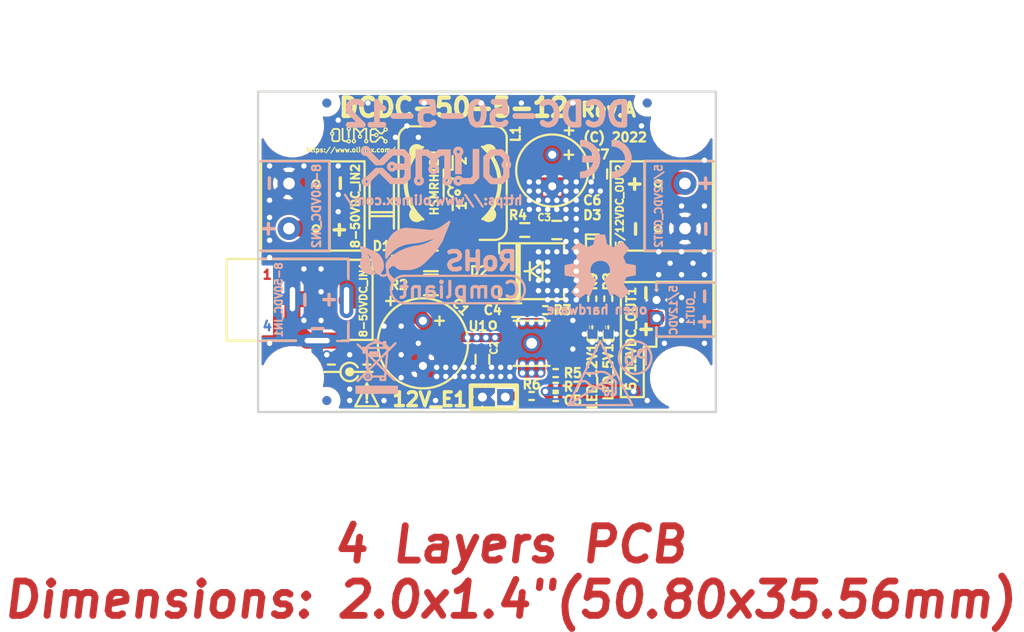
<source format=kicad_pcb>
(kicad_pcb (version 20171130) (host pcbnew 5.1.12-84ad8e8a86~92~ubuntu18.04.1)
  (title_block (title DCDC-50-5-12) (date 2024-01-19) (rev A1) (company "OLIMEX LTD.") (comment 1 https://www.olimex.com/))
  (layers (0 F.Cu mixed) (1 In1.Cu power) (2 In2.Cu power) (31 B.Cu mixed) (34 B.Paste user hide) (35 F.Paste user hide) (36 B.SilkS user hide) (37 F.SilkS user) (38 B.Mask user hide) (39 F.Mask user) (44 Edge.Cuts user))
  (net 0 "")
  (net 1 GND)
  (net 2 "Net-(FID1-PadFid1)")
  (net 3 "Net-(FID2-PadFid1)")
  (net 4 "Net-(FID3-PadFid1)")
  (net 5 "Net-(U1-Pad7)")
  (net 6 "Net-(U1-Pad6)")
  (net 7 "Net-(FID4-PadFid1)")
  (net 8 "Net-(FID5-PadFid1)")
  (net 9 "Net-(FID6-PadFid1)")
  (net 10 "Net-(C3-Pad1)")
  (net 11 /Vfb)
  (net 12 /Vout)
  (net 13 /Vin)
  (net 14 /SW)
  (net 15 "Net-(C4-Pad2)")
  (net 16 "Net-(D3-Pad2)")
  (net 17 "Net-(LED_12V1-Pad2)")
  (net 18 "Net-(LED_5V1-Pad2)")
  (net 19 /ILIM)
  (net 20 "Net-(R3-Pad1)")
  (net 21 "Net-(12V_E1-Pad1)")
  (module "OLIMEX_Connectors-FP:PWRJ-2mm(YDJ-1134)" (layer F.Cu) (at 126.846 91.44)
    (fp_text reference 8-50VDC_IN1 (at 1.678 -4.826 90) (layer F.SilkS) (effects (font (size 0.8128 0.8128) (thickness 0.2032))))
    (fp_text value "YDJ-1134 PWRJ-2mm (DCJ-R-20-LF)")
    (pad - thru_hole oval (at -3.45 -0.3) (size 3.7 1.5) (drill oval 2.8 0.6) (layers *.Cu *.Mask) (net 1 GND))
    (pad - thru_hole oval (at -6.196 -4.9) (size 1.5 3.6) (drill oval 0.6 2.7) (layers *.Cu *.Mask) (net 1 GND))
    (pad + thru_hole oval (at -0.196 -4.75) (size 1.5 3.9) (drill oval 0.6 3) (layers *.Cu *.Mask) (net 13 /Vin))
  )
  (module OLIMEX_Connectors-FP:TB2-5mm (layer F.Cu) (at 164.211 76.2 270)
    (fp_text reference 5/12VDC_OUT2 (at 0 7.239 90) (layer F.SilkS) (effects (font (size 0.8128 0.8128) (thickness 0.2032))))
    (fp_text value TB2-5MM)
    (pad 1 thru_hole circle (at -2.5 0 270) (size 2.54 2.54) (drill 1.3) (layers *.Cu *.Mask) (net 12 /Vout))
    (pad 2 thru_hole circle (at 2.5 0 270) (size 2.54 2.54) (drill 1.3) (layers *.Cu *.Mask) (net 1 GND))
  )
  (module OLIMEX_Connectors-FP:TB2-5mm (layer F.Cu) (at 120.269 76.2 90)
    (fp_text reference 8-50VDC_IN2 (at 0 7.366 90) (layer F.SilkS) (effects (font (size 0.9144 0.9144) (thickness 0.2286))))
    (fp_text value TB2-5MM)
    (pad 1 thru_hole circle (at -2.5 0 90) (size 2.54 2.54) (drill 1.3) (layers *.Cu *.Mask) (net 13 /Vin))
    (pad 2 thru_hole circle (at 2.5 0 90) (size 2.54 2.54) (drill 1.3) (layers *.Cu *.Mask) (net 1 GND))
  )
  (module "OLIMEX_RLC-FP:HSMRH129_12.0x12.5x9.5(max)" (layer F.Cu) (at 138.43 73.66 90)
    (fp_text reference L1 (at 5.461 6.985 90) (layer F.SilkS) (effects (font (size 1.016 1.016) (thickness 0.254))))
    (fp_text value "33 uH 5.5A 60m 20% YSRH129-330M")
    (fp_text user 2 (at 2.5 1 90) (layer F.SilkS) (effects (font (thickness 0.25))))
    (fp_text user 1 (at -2.5 1 90) (layer F.SilkS) (effects (font (thickness 0.25))))
    (fp_text user HSMRH129 (at 0 -2.032 270) (layer F.SilkS) (effects (font (size 0.889 0.889) (thickness 0.22225))))
    (pad 2 smd rect (at 5.3 0 90) (size 2.999999 5) (layers F.Cu F.Paste F.Mask) (net 12 /Vout) (clearance 0.381))
    (pad 1 smd rect (at -5.3 0 90) (size 2.999999 5) (layers F.Cu F.Paste F.Mask) (net 14 /SW) (clearance 0.381))
  )
  (module OLIMEX_Signs-FP:Sign_PB-Free (layer B.Cu) (at 158.877 92.71)
    (fp_text reference Sign_PB-Free hide)
    (fp_text value Sign_PB-Free hide)
    (fp_text user Pb (at -0.08636 0.33528) (layer B.SilkS) (effects (font (size 1.7 1.5) (thickness 0.254)) (justify mirror)))
  )
  (module OLIMEX_Signs-FP:Logo_OLIMEX_SMALL_TB (layer F.Cu) (at 128.016 68.326)
    (fp_text reference Logo_OLIMEX_SMALL_TB)
    (fp_text value Logo_OLIMEX_SMALL_TB)
  )
  (module OLIMEX_Signs-FP:Sign_RoHS_1 (layer B.Cu) (at 145.415 86.36 180)
    (fp_text reference Sign_RoHS_1 hide)
    (fp_text value Sign_RoHS_1 hide)
    (fp_text user Compliant (at 6.20014 0.8382) (layer B.SilkS) (effects (font (size 1.778 1.778) (thickness 0.35)) (justify mirror)))
    (fp_text user RoHS (at 3.81508 4.04368) (layer B.SilkS) (effects (font (size 2 2) (thickness 0.5)) (justify mirror)))
  )
  (module OLIMEX_Signs-FP:CE_Sign (layer B.Cu) (at 154.432 70.993 180)
    (fp_text reference Sign_CE hide)
    (fp_text value CE_Sign hide)
  )
  (module OLIMEX_RLC-FP:C_0603_5MIL_DWS (layer F.Cu) (at 154.813 72.644 270)
    (fp_text reference C7 (at -2.159 0 180) (layer F.SilkS) (effects (font (size 1.016 1.016) (thickness 0.254))))
    (fp_text value "0603 100 NF 100V 10% X7R")
    (pad 1 smd rect (at -0.889 0 270) (size 1.016 1.016) (layers F.Cu F.Paste F.Mask) (net 12 /Vout) (clearance 0.0508))
    (pad 2 smd rect (at 0.889 0 270) (size 1.016 1.016) (layers F.Cu F.Paste F.Mask) (net 1 GND) (clearance 0.0508))
  )
  (module OLIMEX_RLC-FP:R_0402_5MIL_DWS (layer F.Cu) (at 153.924 86.487 270)
    (fp_text reference R9 (at -1.905 0 270) (layer F.SilkS) (effects (font (size 1.016 1.016) (thickness 0.254))))
    (fp_text value "0402 1 K 5%")
    (pad 2 smd rect (at 0.508 0 270) (size 0.5 0.55) (layers F.Cu F.Paste F.Mask) (net 17 "Net-(LED_12V1-Pad2)"))
    (pad 1 smd rect (at -0.508 0 90) (size 0.5 0.55) (layers F.Cu F.Paste F.Mask) (net 16 "Net-(D3-Pad2)"))
  )
  (module OLIMEX_RLC-FP:R_0402_5MIL_DWS (layer F.Cu) (at 147.193 97.282 180)
    (fp_text reference R6 (at 0 1.27) (layer F.SilkS) (effects (font (size 1.016 1.016) (thickness 0.254))))
    (fp_text value "0402 6.49 K 1%")
    (pad 2 smd rect (at 0.508 0 180) (size 0.5 0.55) (layers F.Cu F.Paste F.Mask) (net 21 "Net-(12V_E1-Pad1)"))
    (pad 1 smd rect (at -0.508 0) (size 0.5 0.55) (layers F.Cu F.Paste F.Mask) (net 11 /Vfb))
  )
  (module OLIMEX_LOGOs-FP:LOGO_OPENHARDWARE_8x8 (layer B.Cu) (at 154.813 83.439 180)
    (fp_text reference Logo_OSHW hide)
    (fp_text value "" hide)
    (fp_text user hardware (at 2.51206 -4.2672 180) (layer B.SilkS) (effects (font (size 1.016 1.016) (thickness 0.254)) (justify mirror)))
    (fp_text user open (at -3.40106 -4.2545 180) (layer B.SilkS) (effects (font (size 1.016 1.016) (thickness 0.254)) (justify mirror)))
  )
  (module OLIMEX_RLC-FP:R_0402_5MIL_DWS (layer F.Cu) (at 148.717 87.757 180)
    (fp_text reference R3 (at -1.905 0) (layer F.SilkS) (effects (font (size 1.016 1.016) (thickness 0.254))))
    (fp_text value "0402 4.7 OHM 5%")
    (pad 2 smd rect (at 0.508 0 180) (size 0.5 0.55) (layers F.Cu F.Paste F.Mask) (net 15 "Net-(C4-Pad2)"))
    (pad 1 smd rect (at -0.508 0) (size 0.5 0.55) (layers F.Cu F.Paste F.Mask) (net 20 "Net-(R3-Pad1)"))
  )
  (module OLIMEX_LOGOs-FP:OLIMEX_LOGO_TB (layer B.Cu) (at 136.398 71.755 180)
    (fp_text reference Logo_Olimex hide)
    (fp_text value "" hide)
  )
  (module OLIMEX_LOGOs-FP:LOGO_RECYCLEBIN_1 (layer B.Cu) (at 132.334 97.028 180)
    (fp_text reference Sign_RecycleBin hide)
    (fp_text value "" hide)
  )
  (module OLIMEX_RLC-FP:C_0805_5MIL_DWS (layer F.Cu) (at 149.987 78.867)
    (fp_text reference C3 (at -1.397 -1.397) (layer F.SilkS) (effects (font (size 0.762 0.762) (thickness 0.1905))))
    (fp_text value "NA(0805 220 PF C0G 100VDC)")
    (pad 2 smd rect (at 1.016 0 90) (size 1.524 1.27) (layers F.Cu F.Paste F.Mask) (net 1 GND))
    (pad 1 smd rect (at -1.016 0 90) (size 1.524 1.27) (layers F.Cu F.Paste F.Mask) (net 10 "Net-(C3-Pad1)"))
  )
  (module OLIMEX_Other-FP:Fiducial1x3 (layer B.Cu) (at 160.02 64.77 270)
    (fp_text reference FID6 hide)
    (fp_text value Fiducial hide)
    (pad Fid1 connect circle (at 0 0 270) (size 1 1) (layers B.Cu B.Mask) (net 9 "Net-(FID6-PadFid1)") (clearance 1.016))
  )
  (module OLIMEX_Other-FP:Fiducial1x3 (layer B.Cu) (at 124.46 64.77 270)
    (fp_text reference FID5 hide)
    (fp_text value Fiducial hide)
    (pad Fid1 connect circle (at 0 0 270) (size 1 1) (layers B.Cu B.Mask) (net 8 "Net-(FID5-PadFid1)") (clearance 1.016))
  )
  (module OLIMEX_Other-FP:Fiducial1x3 (layer B.Cu) (at 124.46 97.79 270)
    (fp_text reference FID4 hide)
    (fp_text value Fiducial hide)
    (pad Fid1 connect circle (at 0 0 270) (size 1 1) (layers B.Cu B.Mask) (net 7 "Net-(FID4-PadFid1)") (clearance 1.016))
  )
  (module OLIMEX_RLC-FP:R_0402_5MIL_DWS (layer F.Cu) (at 149.86 94.742 180)
    (fp_text reference R5 (at -1.905 0 180) (layer F.SilkS) (effects (font (size 1.016 1.016) (thickness 0.254))))
    (fp_text value "0402 10 K 1%")
    (pad 2 smd rect (at 0.508 0 180) (size 0.5 0.55) (layers F.Cu F.Paste F.Mask) (net 1 GND))
    (pad 1 smd rect (at -0.508 0) (size 0.5 0.55) (layers F.Cu F.Paste F.Mask) (net 11 /Vfb))
  )
  (module OLIMEX_RLC-FP:R_0402_5MIL_DWS (layer F.Cu) (at 155.702 86.487 270)
    (fp_text reference R8 (at -1.905 0 90) (layer F.SilkS) (effects (font (size 1.016 1.016) (thickness 0.254))))
    (fp_text value "0402 10 K 1%")
    (pad 2 smd rect (at 0.508 0 270) (size 0.5 0.55) (layers F.Cu F.Paste F.Mask) (net 18 "Net-(LED_5V1-Pad2)"))
    (pad 1 smd rect (at -0.508 0 90) (size 0.5 0.55) (layers F.Cu F.Paste F.Mask) (net 12 /Vout))
  )
  (module OLIMEX_Diodes-FP:SMA-KA (layer F.Cu) (at 130.556 76.2 90)
    (fp_text reference D1 (at -4.445 0) (layer F.SilkS) (effects (font (size 1.016 1.016) (thickness 0.254))))
    (fp_text value SMAJ58A)
    (pad 1 smd rect (at -2.5 0 90) (size 2 1.7) (layers F.Cu F.Paste F.Mask) (net 13 /Vin))
    (pad 2 smd rect (at 2.5 0 90) (size 2 1.7) (layers F.Cu F.Paste F.Mask) (net 1 GND))
  )
  (module OLIMEX_Other-FP:Fiducial1x3 (layer F.Cu) (at 160.02 64.77 270)
    (fp_text reference FID3 hide)
    (fp_text value Fiducial hide)
    (pad Fid1 connect circle (at 0 0 270) (size 1 1) (layers F.Cu F.Mask) (net 4 "Net-(FID3-PadFid1)") (clearance 1.016))
  )
  (module OLIMEX_Other-FP:Fiducial1x3 (layer F.Cu) (at 124.46 64.77 270)
    (fp_text reference FID2 hide)
    (fp_text value Fiducial hide)
    (pad Fid1 connect circle (at 0 0 270) (size 1 1) (layers F.Cu F.Mask) (net 3 "Net-(FID2-PadFid1)") (clearance 1.016))
  )
  (module OLIMEX_Other-FP:Fiducial1x3 (layer F.Cu) (at 124.46 97.79 270)
    (fp_text reference FID1 hide)
    (fp_text value Fiducial hide)
    (pad Fid1 connect circle (at 0 0 270) (size 1 1) (layers F.Cu F.Mask) (net 2 "Net-(FID1-PadFid1)") (clearance 1.016))
  )
  (module OLIMEX_RLC-FP:C_0402_5MIL_DWS (layer F.Cu) (at 149.86 97.409)
    (fp_text reference C5 (at 1.905 0.381 180) (layer F.SilkS) (effects (font (size 1.016 1.016) (thickness 0.254))))
    (fp_text value "0402 12 PF 50V 5% C0G")
    (pad 2 smd rect (at 0.508 0) (size 0.5 0.55) (layers F.Cu F.Paste F.Mask) (net 11 /Vfb))
    (pad 1 smd rect (at -0.508 0 180) (size 0.5 0.55) (layers F.Cu F.Paste F.Mask) (net 12 /Vout))
  )
  (module OLIMEX_LOGOs-FP:LOGO_ANTISTATIC_1 (layer B.Cu) (at 158.369 98.298 180)
    (fp_text reference Sign_Antistatic hide)
    (fp_text value Val** hide)
  )
  (module OLIMEX_RLC-FP:R_0402_5MIL_DWS (layer F.Cu) (at 149.86 96.266)
    (fp_text reference R7 (at 1.905 0) (layer F.SilkS) (effects (font (size 1.016 1.016) (thickness 0.254))))
    (fp_text value "0402 56.2 K 1%")
    (pad 2 smd rect (at 0.508 0) (size 0.5 0.55) (layers F.Cu F.Paste F.Mask) (net 11 /Vfb))
    (pad 1 smd rect (at -0.508 0 180) (size 0.5 0.55) (layers F.Cu F.Paste F.Mask) (net 12 /Vout))
  )
  (module OLIMEX_Jumpers-FP:HN1x2_Jumper (layer F.Cu) (at 143.002 97.409 180)
    (fp_text reference 12V_E1 (at 7.112 -0.254 180) (layer F.SilkS) (effects (font (size 1.524 1.524) (thickness 0.381))))
    (fp_text value "HN1x2(Opened)" hide)
    (pad 1 thru_hole rect (at -1.27 0 270) (size 1.8 1.8) (drill 1) (layers *.Cu *.Mask) (net 21 "Net-(12V_E1-Pad1)"))
    (pad 2 thru_hole circle (at 1.27 0 270) (size 1.8 1.8) (drill 1) (layers *.Cu *.Mask) (net 1 GND))
  )
  (module OLIMEX_Connectors-FP:LIPO_BAT-CON2DW02R (layer F.Cu) (at 164.211 87.63 90)
    (fp_text reference 5/12VDC_OUT1 (at -3.302 -5.969 270) (layer F.SilkS) (effects (font (size 1.016 1.016) (thickness 0.254))))
    (fp_text value DW02R)
    (pad 2 thru_hole circle (at 1.0033 -3.15468 90) (size 1.4 1.4) (drill 0.9) (layers *.Cu *.Mask) (net 1 GND))
    (pad 1 thru_hole rect (at -1.00838 -3.15214 90) (size 1.4 1.4) (drill 0.9) (layers *.Cu *.Mask) (net 12 /Vout))
  )
  (module OLIMEX_RLC-FP:CPOL-RM5mm_10.0x16.0mm_PTH (layer F.Cu) (at 135.128 91.44 270)
    (fp_text reference C1 (at -4.064 -4.191 135) (layer F.SilkS) (effects (font (size 1.016 1.016) (thickness 0.254))))
    (fp_text value "100 uF 63V 20% 10x13MM Low ESR RM5")
    (fp_text user + (at -4.699 3.683 270) (layer F.SilkS) (effects (font (size 1.27 1.27) (thickness 0.254))))
    (fp_text user + (at -2.5 -1.75 270) (layer F.SilkS) (effects (font (size 1.27 1.27) (thickness 0.254))))
    (pad 1 thru_hole circle (at -2.5 0 270) (size 1.524 1.524) (drill 0.9) (layers *.Cu *.Mask) (net 13 /Vin))
    (pad 2 thru_hole rect (at 2.5 0 270) (size 1.524 1.524) (drill 0.9) (layers *.Cu *.Mask) (net 1 GND))
  )
  (module OLIMEX_RLC-FP:C_0603_5MIL_DWS (layer F.Cu) (at 141.732 93.218 270)
    (fp_text reference C2 (at -1.27 -1.27 90) (layer F.SilkS) (effects (font (size 0.762 0.762) (thickness 0.1905))))
    (fp_text value "0603 100 NF 100V 10% X7R")
    (pad 2 smd rect (at 0.889 0 270) (size 1.016 1.016) (layers F.Cu F.Paste F.Mask) (net 1 GND) (clearance 0.0508))
    (pad 1 smd rect (at -0.889 0 270) (size 1.016 1.016) (layers F.Cu F.Paste F.Mask) (net 13 /Vin) (clearance 0.0508))
  )
  (module OLIMEX_RLC-FP:C_0603_5MIL_DWS (layer F.Cu) (at 145.542 87.757)
    (fp_text reference C4 (at -2.667 0) (layer F.SilkS) (effects (font (size 1.016 1.016) (thickness 0.254))))
    (fp_text value "0603 100 NF 100V 10% X7R")
    (pad 1 smd rect (at -0.889 0) (size 1.016 1.016) (layers F.Cu F.Paste F.Mask) (net 14 /SW) (clearance 0.0508))
    (pad 2 smd rect (at 0.889 0) (size 1.016 1.016) (layers F.Cu F.Paste F.Mask) (net 15 "Net-(C4-Pad2)") (clearance 0.0508))
  )
  (module OLIMEX_RLC-FP:CPOL-RM3.5mm_8.0x11.5mm_PTH (layer F.Cu) (at 149.479 72.263 270)
    (fp_text reference C6 (at 3.302 -4.445 180) (layer F.SilkS) (effects (font (size 1.016 1.016) (thickness 0.254))))
    (fp_text value "470 uF 16 V LOW ESR 20 % 8*12MM")
    (fp_text user + (at -4.445 -1.778 270) (layer F.SilkS) (effects (font (size 1.27 1.27) (thickness 0.254))))
    (fp_text user + (at -1.75 -1.75 90) (layer F.SilkS) (effects (font (size 1.27 1.27) (thickness 0.254))))
    (pad 1 thru_hole circle (at -1.75 0 270) (size 1.524 1.524) (drill 0.9) (layers *.Cu *.Mask) (net 12 /Vout))
    (pad 2 thru_hole rect (at 1.75 0 270) (size 1.524 1.524) (drill 0.9) (layers *.Cu *.Mask) (net 1 GND))
  )
  (module "OLIMEX_Diodes-FP:DO214AB(SMC)_1(K)-2(A)" (layer F.Cu) (at 147.193 83.439)
    (fp_text reference D2 (at -5.842 0) (layer F.SilkS) (effects (font (size 1.016 1.016) (thickness 0.254))))
    (fp_text value "SS510 100V 5A 0.85V SMC")
    (pad 2 smd rect (at 3.4 0) (size 2.2 3.4) (layers F.Cu F.Paste F.Mask) (net 1 GND))
    (pad 1 smd rect (at -3.4 0) (size 2.2 3.4) (layers F.Cu F.Paste F.Mask) (net 14 /SW))
  )
  (module OLIMEX_Diodes-FP:SOD80C-4148-KA (layer F.Cu) (at 153.924 80.264 270)
    (fp_text reference D3 (at -3.048 0) (layer F.SilkS) (effects (font (size 1.016 1.016) (thickness 0.254))))
    (fp_text value BZV55C6V2)
    (pad 2 smd rect (at 1.65 0 270) (size 1 1.7) (layers F.Cu F.Paste F.Mask) (net 16 "Net-(D3-Pad2)"))
    (pad 1 smd rect (at -1.65 0 270) (size 1 1.7) (layers F.Cu F.Paste F.Mask) (net 12 /Vout))
  )
  (module OLIMEX_LEDs-FP:LED_0603_KA (layer F.Cu) (at 153.924 89.662 90)
    (fp_text reference LED_12V1 (at -5.461 0 90) (layer F.SilkS) (effects (font (size 1.016 1.016) (thickness 0.254))))
    (fp_text value "LED 0603 RED 300 mCd")
    (pad 1 smd rect (at -0.762 0 270) (size 0.8 0.8) (layers F.Cu F.Paste F.Mask) (net 1 GND))
    (pad 2 smd rect (at 0.762 0 270) (size 0.8 0.8) (layers F.Cu F.Paste F.Mask) (net 17 "Net-(LED_12V1-Pad2)"))
  )
  (module OLIMEX_LEDs-FP:LED_0603_KA (layer F.Cu) (at 155.702 89.662 90)
    (fp_text reference LED_5V1 (at -4.953 0 90) (layer F.SilkS) (effects (font (size 1.016 1.016) (thickness 0.254))))
    (fp_text value "LED 0603 GREEN 300 mCd")
    (pad 2 smd rect (at 0.762 0 270) (size 0.8 0.8) (layers F.Cu F.Paste F.Mask) (net 18 "Net-(LED_5V1-Pad2)"))
    (pad 1 smd rect (at -0.762 0 270) (size 0.8 0.8) (layers F.Cu F.Paste F.Mask) (net 1 GND))
  )
  (module OLIMEX_Other-FP:Mounting_Hole_Drill-3.3mm_Clerance-7mm (layer F.Cu) (at 120.65 95.25)
    (fp_text reference MH1 hide)
    (fp_text value Mounting_Hole_NPTH hide)
    (pad "" np_thru_hole circle (at 0 0) (size 3.300001 3.300001) (drill 3.300001) (layers *.Cu *.Mask) (clearance 1.85))
  )
  (module OLIMEX_Other-FP:Mounting_Hole_Drill-3.3mm_Clerance-7mm (layer F.Cu) (at 120.65 67.31)
    (fp_text reference MH2 hide)
    (fp_text value Mounting_Hole_NPTH hide)
    (pad "" np_thru_hole circle (at 0 0) (size 3.300001 3.300001) (drill 3.300001) (layers *.Cu *.Mask) (clearance 1.85))
  )
  (module OLIMEX_Other-FP:Mounting_Hole_Drill-3.3mm_Clerance-7mm (layer F.Cu) (at 163.83 67.31)
    (fp_text reference MH3 hide)
    (fp_text value Mounting_Hole_NPTH hide)
    (pad "" np_thru_hole circle (at 0 0) (size 3.300001 3.300001) (drill 3.300001) (layers *.Cu *.Mask) (clearance 1.85))
  )
  (module OLIMEX_Other-FP:Mounting_Hole_Drill-3.3mm_Clerance-7mm (layer F.Cu) (at 163.83 95.25)
    (fp_text reference MH4 hide)
    (fp_text value Mounting_Hole_NPTH hide)
    (pad "" np_thru_hole circle (at 0 0) (size 3.300001 3.300001) (drill 3.300001) (layers *.Cu *.Mask) (clearance 1.85))
  )
  (module OLIMEX_RLC-FP:R_1206_5MIL_DWS (layer F.Cu) (at 136.017 82.296 180)
    (fp_text reference R1 (at 3.556 0 180) (layer F.SilkS) (effects (font (size 1.016 1.016) (thickness 0.254))))
    (fp_text value "1206 0.03 OHM 1%")
    (pad 2 smd rect (at 1.397 0 180) (size 1.524 1.778) (layers F.Cu F.Paste F.Mask) (net 13 /Vin))
    (pad 1 smd rect (at -1.397 0 180) (size 1.524 1.778) (layers F.Cu F.Paste F.Mask) (net 19 /ILIM))
  )
  (module OLIMEX_RLC-FP:R_1206_5MIL_DWS (layer F.Cu) (at 136.017 84.963 180)
    (fp_text reference R2 (at 3.556 0) (layer F.SilkS) (effects (font (size 1.016 1.016) (thickness 0.254))))
    (fp_text value "1206 0.03 OHM 1%")
    (pad 1 smd rect (at -1.397 0 180) (size 1.524 1.778) (layers F.Cu F.Paste F.Mask) (net 19 /ILIM))
    (pad 2 smd rect (at 1.397 0 180) (size 1.524 1.778) (layers F.Cu F.Paste F.Mask) (net 13 /Vin))
  )
  (module OLIMEX_RLC-FP:R_0603_5MIL_DWS (layer F.Cu) (at 146.431 78.867 180)
    (fp_text reference R4 (at 0.762 1.651 180) (layer F.SilkS) (effects (font (size 1.016 1.016) (thickness 0.254))))
    (fp_text value "NA(0603 22 OHM 5%)")
    (pad 1 smd rect (at -0.889 0 180) (size 1.016 1.016) (layers F.Cu F.Paste F.Mask) (net 10 "Net-(C3-Pad1)"))
    (pad 2 smd rect (at 0.889 0 180) (size 1.016 1.016) (layers F.Cu F.Paste F.Mask) (net 14 /SW))
  )
  (module OLIMEX_Regulators-FP:ESOIC-8 (layer F.Cu) (at 147.193 91.44 270)
    (fp_text reference U1 (at -1.905 5.969) (layer F.SilkS) (effects (font (size 1.016 1.016) (thickness 0.254))))
    (fp_text value "TX4138(ESOIC-8)")
    (fp_text user o (at -2.159 4.318) (layer F.SilkS) (effects (font (size 1.27 1.27) (thickness 0.254))))
    (pad 9 smd rect (at 0 0) (size 2.6 3.5) (layers F.Cu F.Paste F.Mask) (net 19 /ILIM))
    (pad 8 smd rect (at -1.905 -2.8 270) (size 0.6 1.4) (layers F.Cu F.Paste F.Mask) (net 20 "Net-(R3-Pad1)") (clearance 0.0508))
    (pad 7 smd rect (at -0.635 -2.8 270) (size 0.6 1.4) (layers F.Cu F.Paste F.Mask) (net 5 "Net-(U1-Pad7)") (clearance 0.0508))
    (pad 6 smd rect (at 0.635 -2.8 270) (size 0.6 1.4) (layers F.Cu F.Paste F.Mask) (net 6 "Net-(U1-Pad6)") (clearance 0.0508))
    (pad 5 smd rect (at 1.905 -2.8 270) (size 0.6 1.4) (layers F.Cu F.Paste F.Mask) (net 11 /Vfb) (clearance 0.0508))
    (pad 4 smd rect (at 1.905 2.8 270) (size 0.6 1.4) (layers F.Cu F.Paste F.Mask) (net 1 GND) (clearance 0.0508))
    (pad 3 smd rect (at 0.635 2.8 270) (size 0.6 1.4) (layers F.Cu F.Paste F.Mask) (net 13 /Vin) (clearance 0.0508))
    (pad 2 smd rect (at -0.635 2.8 270) (size 0.6 1.4) (layers F.Cu F.Paste F.Mask) (net 19 /ILIM) (clearance 0.0508))
    (pad 1 smd rect (at -1.905 2.8 270) (size 0.6 1.4) (layers F.Cu F.Paste F.Mask) (net 14 /SW) (clearance 0.0508))
    (pad 9 thru_hole circle (at 0 0 270) (size 1.8 1.8) (drill 1.2) (layers *.Cu *.Mask) (net 19 /ILIM) (clearance 0.0508))
  )
  (gr_text 4 (at 117.856 89.535) (layer B.Cu) (effects (font (size 1.016 1.016) (thickness 0.254))))
  (gr_text 1 (at 117.856 83.820001) (layer F.Cu) (effects (font (size 1.016 1.016) (thickness 0.254))))
  (gr_line (start 161.036 91.821) (end 161.036 90.678) (layer F.SilkS) (width 0.254))
  (gr_line (start 159.639 91.821) (end 161.036 91.821) (layer F.SilkS) (width 0.254))
  (gr_line (start 159.639 97.409) (end 159.639 91.821) (layer F.SilkS) (width 0.254))
  (gr_line (start 157.099 97.409) (end 159.639 97.409) (layer F.SilkS) (width 0.254))
  (gr_line (start 157.099 84.6455) (end 157.099 97.409) (layer F.SilkS) (width 0.254))
  (gr_line (start 161.036 84.6455) (end 157.099 84.6455) (layer F.SilkS) (width 0.254))
  (gr_line (start 155.956 81.153) (end 159.711 81.153) (layer F.SilkS) (width 0.254))
  (gr_line (start 155.956 71.247) (end 155.956 81.153) (layer F.SilkS) (width 0.254))
  (gr_line (start 159.639 71.247) (end 155.956 71.247) (layer F.SilkS) (width 0.254))
  (gr_line (start 129.54 91.059) (end 126.873 91.059) (layer F.SilkS) (width 0.254))
  (gr_line (start 129.54 82.169) (end 129.54 91.059) (layer F.SilkS) (width 0.254))
  (gr_line (start 126.873 82.169) (end 129.54 82.169) (layer F.SilkS) (width 0.254))
  (gr_line (start 128.651 81.153) (end 124.841 81.153) (layer F.SilkS) (width 0.254))
  (gr_line (start 128.651 71.247) (end 128.651 81.153) (layer F.SilkS) (width 0.254))
  (gr_line (start 124.714 71.247) (end 128.651 71.247) (layer F.SilkS) (width 0.254))
  (gr_text DCDC-50-5-12 (at 142.24 66.04) (layer B.SilkS) (effects (font (size 2.54 2.54) (thickness 0.635)) (justify mirror)))
  (gr_text _OUT1 (at 164.846 87.63 90) (layer B.SilkS) (effects (font (size 0.8128 0.8128) (thickness 0.2032)) (justify mirror)))
  (gr_text 5/12VDC (at 162.941 87.757 90) (layer B.SilkS) (effects (font (size 0.8128 0.8128) (thickness 0.2032)) (justify mirror)))
  (gr_text + (at 166.37 89.154 180) (layer B.SilkS) (effects (font (size 1.524 1.524) (thickness 0.381)) (justify mirror)))
  (gr_text - (at 166.497 86.233 270) (layer B.SilkS) (effects (font (size 1.524 1.524) (thickness 0.381)) (justify mirror)))
  (gr_line (start 161.036 90.678) (end 167.64 90.678) (layer B.SilkS) (width 0.254))
  (gr_line (start 161.036 89.662) (end 161.036 90.678) (layer B.SilkS) (width 0.254))
  (gr_line (start 161.036 84.709) (end 161.036 85.598) (layer B.SilkS) (width 0.254))
  (gr_line (start 167.64 84.709) (end 161.036 84.709) (layer B.SilkS) (width 0.254))
  (gr_text 5/12VDC_OUT2 (at 161.29 76.2 90) (layer B.SilkS) (effects (font (size 0.8128 0.8128) (thickness 0.2032)) (justify mirror)))
  (gr_line (start 159.766 81.153) (end 167.64 81.153) (layer B.SilkS) (width 0.254))
  (gr_line (start 159.766 71.247) (end 159.766 81.153) (layer B.SilkS) (width 0.254))
  (gr_line (start 167.64 71.247) (end 159.766 71.247) (layer B.SilkS) (width 0.254))
  (gr_text + (at 166.497 73.787 180) (layer B.SilkS) (effects (font (size 1.524 1.524) (thickness 0.381)) (justify mirror)))
  (gr_text - (at 166.624 78.74 270) (layer B.SilkS) (effects (font (size 1.524 1.524) (thickness 0.381)) (justify mirror)))
  (gr_text + (at 124.714 86.487) (layer B.SilkS) (effects (font (size 1.524 1.524) (thickness 0.381)) (justify mirror)))
  (gr_text - (at 123.444 89.916 180) (layer B.SilkS) (effects (font (size 1.524 1.524) (thickness 0.381)) (justify mirror)))
  (gr_text - (at 121.92 86.614 90) (layer B.SilkS) (effects (font (size 1.524 1.524) (thickness 0.381)) (justify mirror)))
  (gr_line (start 121.031 91.186) (end 116.84 91.186) (layer B.SilkS) (width 0.254))
  (gr_line (start 126.873 91.186) (end 125.603 91.186) (layer B.SilkS) (width 0.254))
  (gr_line (start 126.873 89.027) (end 126.873 91.186) (layer B.SilkS) (width 0.254))
  (gr_line (start 126.873 82.042) (end 126.873 84.328) (layer B.SilkS) (width 0.254))
  (gr_line (start 116.84 82.042) (end 126.873 82.042) (layer B.SilkS) (width 0.254))
  (gr_line (start 124.714 81.153) (end 116.84 81.153) (layer B.SilkS) (width 0.254))
  (gr_line (start 124.714 71.247) (end 124.714 81.153) (layer B.SilkS) (width 0.254))
  (gr_line (start 116.84 71.247) (end 124.714 71.247) (layer B.SilkS) (width 0.254))
  (gr_text 8-50VDC_IN1 (at 119.126 86.614 90) (layer B.SilkS) (effects (font (size 0.8128 0.8128) (thickness 0.2032)) (justify mirror)))
  (gr_text - (at 117.983 73.66 90) (layer B.SilkS) (effects (font (size 1.524 1.524) (thickness 0.381)) (justify mirror)))
  (gr_text ! (at 128.905 97.536) (layer F.SilkS) (effects (font (size 1.016 1.016) (thickness 0.254))))
  (gr_line (start 130.175 98.425) (end 128.905 95.885) (layer F.SilkS) (width 0.254))
  (gr_line (start 127.635 98.425) (end 130.175 98.425) (layer F.SilkS) (width 0.254))
  (gr_line (start 128.905 95.885) (end 127.635 98.425) (layer F.SilkS) (width 0.254))
  (gr_text + (at 128.905 93.726) (layer F.SilkS) (effects (font (size 1.016 1.016) (thickness 0.254))))
  (gr_text - (at 124.968 93.726) (layer F.SilkS) (effects (font (size 1.016 1.016) (thickness 0.254))))
  (gr_circle (center 127 94.615) (end 127.254 94.615) (layer F.SilkS) (width 0.4064))
  (gr_line (start 125.984 94.615) (end 124.205999 94.615) (layer F.SilkS) (width 0.254))
  (gr_arc (start 127 94.615) (end 127.889 94.107) (angle -303.6900675) (layer F.SilkS) (width 0.254))
  (gr_circle (center 127 94.615) (end 127.381 94.615) (layer F.SilkS) (width 0.254))
  (gr_line (start 129.54 94.615) (end 127 94.615) (layer F.SilkS) (width 0.254))
  (gr_text https://www.olimex.com/ (at 127.127 69.977) (layer F.SilkS) (effects (font (size 0.508 0.508) (thickness 0.127))))
  (gr_text - (at 159.766 85.852 90) (layer F.SilkS) (effects (font (size 1.524 1.524) (thickness 0.381))))
  (gr_text + (at 159.893 89.789) (layer F.SilkS) (effects (font (size 1.524 1.524) (thickness 0.381))))
  (gr_text - (at 158.623 78.74 90) (layer F.SilkS) (effects (font (size 1.524 1.524) (thickness 0.381))))
  (gr_text + (at 158.623 73.66) (layer F.SilkS) (effects (font (size 1.524 1.524) (thickness 0.381))))
  (gr_text - (at 125.857 73.66 90) (layer F.SilkS) (effects (font (size 1.524 1.524) (thickness 0.381))))
  (gr_line (start 116.84 99.06) (end 116.84 63.5) (layer Edge.Cuts) (width 0.254))
  (gr_line (start 167.64 99.06) (end 116.84 99.06) (layer Edge.Cuts) (width 0.254))
  (gr_line (start 167.64 63.5) (end 167.64 99.06) (layer Edge.Cuts) (width 0.254))
  (gr_line (start 116.84 63.5) (end 167.64 63.5) (layer Edge.Cuts) (width 0.254))
  (gr_text + (at 117.983 78.613) (layer B.SilkS) (effects (font (size 1.524 1.524) (thickness 0.381)) (justify mirror)))
  (gr_text + (at 125.857 78.74) (layer F.SilkS) (effects (font (size 1.524 1.524) (thickness 0.381))))
  (gr_text DCDC-50-5-12 (at 138.557 65.278) (layer F.SilkS) (effects (font (size 2.032 2.032) (thickness 0.508))))
  (gr_text 8-50VDC_IN2 (at 123.317 76.2 90) (layer B.SilkS) (effects (font (size 0.9144 0.9144) (thickness 0.2286)) (justify mirror)))
  (gr_text Rev.A (at 155.702 65.532) (layer F.SilkS) (effects (font (size 1.524 1.524) (thickness 0.381))))
  (gr_text "(C) 2022" (at 156.464 68.58) (layer F.SilkS) (effects (font (size 1.016 1.016) (thickness 0.254))))
  (gr_text https://www.olimex.com/ (at 136.271 75.565) (layer B.SilkS) (effects (font (size 1.016 1.016) (thickness 0.254)) (justify mirror)))
  (gr_text "4 Layers PCB\nDimensions: 2.0x1.4\"(50.80x35.56mm)" (at 144.78 116.84) (layer F.Cu) (effects (font (size 3.81 3.81) (thickness 0.762) italic)))
  (segment (start 123.396 91.14) (end 132.288 91.14) (width 1.778) (layer F.Cu) (net 1))
  (segment (start 132.288 91.14) (end 135.128 93.98) (width 1.778) (layer F.Cu) (net 1))
  (segment (start 122.255 91.14) (end 123.396 91.14) (width 1.778) (layer F.Cu) (net 1))
  (segment (start 120.65 86.54) (end 120.65 89.535) (width 1.778) (layer F.Cu) (net 1))
  (segment (start 120.65 89.535) (end 122.255 91.14) (width 1.778) (layer F.Cu) (net 1))
  (segment (start 120.269 73.7) (end 130.516 73.7) (width 1.778) (layer F.Cu) (net 1))
  (segment (start 130.516 73.7) (end 130.556 73.66) (width 1.778) (layer F.Cu) (net 1))
  (segment (start 123.063 76.494) (end 120.269 73.7) (width 1.778) (layer B.Cu) (net 1))
  (segment (start 123.063 80.518) (end 123.063 76.494) (width 1.778) (layer B.Cu) (net 1))
  (segment (start 120.65 86.54) (end 120.65 82.931) (width 1.778) (layer B.Cu) (net 1))
  (segment (start 120.65 82.931) (end 123.063 80.518) (width 1.778) (layer B.Cu) (net 1))
  (segment (start 144.393 93.345) (end 143.764 93.345) (width 0.762) (layer F.Cu) (net 1))
  (via (at 142.748 94.107) (size 1) (drill 0.6) (layers F.Cu B.Cu) (net 1))
  (segment (start 143.764 93.345) (end 143.002 94.107) (width 0.762) (layer F.Cu) (net 1))
  (segment (start 143.002 94.107) (end 142.748 94.107) (width 0.762) (layer F.Cu) (net 1))
  (segment (start 141.732 94.107) (end 142.748 94.107) (width 1.016) (layer F.Cu) (net 1))
  (via (at 143.764 94.107) (size 1) (drill 0.6) (layers F.Cu B.Cu) (net 1))
  (via (at 144.78 94.107) (size 1) (drill 0.6) (layers F.Cu B.Cu) (net 1))
  (via (at 141.732 95.123) (size 1) (drill 0.6) (layers F.Cu B.Cu) (net 1))
  (segment (start 144.393 93.345) (end 144.78 93.345) (width 0.762) (layer F.Cu) (net 1))
  (segment (start 144.78 93.345) (end 144.78 94.107) (width 0.762) (layer F.Cu) (net 1))
  (segment (start 144.78 94.107) (end 143.764 94.107) (width 0.762) (layer F.Cu) (net 1))
  (segment (start 143.764 94.107) (end 142.748 94.107) (width 0.762) (layer F.Cu) (net 1))
  (via (at 142.748 95.123) (size 1) (drill 0.6) (layers F.Cu B.Cu) (net 1))
  (via (at 143.764 95.123) (size 1) (drill 0.6) (layers F.Cu B.Cu) (net 1))
  (via (at 144.78 95.123) (size 1) (drill 0.6) (layers F.Cu B.Cu) (net 1))
  (segment (start 141.732 94.107) (end 141.732 95.123) (width 1.016) (layer F.Cu) (net 1))
  (segment (start 141.732 95.123) (end 144.78 95.123) (width 1.016) (layer F.Cu) (net 1))
  (segment (start 144.653 94.107) (end 144.78 94.234) (width 1.016) (layer F.Cu) (net 1))
  (segment (start 141.732 94.107) (end 144.653 94.107) (width 1.016) (layer F.Cu) (net 1))
  (segment (start 144.78 95.123) (end 144.78 94.234) (width 1.016) (layer F.Cu) (net 1))
  (segment (start 144.78 94.234) (end 144.78 94.107) (width 1.016) (layer F.Cu) (net 1))
  (via (at 140.716 94.107) (size 1) (drill 0.6) (layers F.Cu B.Cu) (net 1))
  (segment (start 141.732 94.107) (end 140.716 94.107) (width 1.016) (layer F.Cu) (net 1))
  (via (at 140.716 95.123) (size 1) (drill 0.6) (layers F.Cu B.Cu) (net 1))
  (segment (start 140.716 94.107) (end 140.716 95.123) (width 1.016) (layer F.Cu) (net 1))
  (segment (start 140.716 95.123) (end 141.732 95.123) (width 1.016) (layer F.Cu) (net 1))
  (via (at 139.7 94.107) (size 1) (drill 0.6) (layers F.Cu B.Cu) (net 1))
  (via (at 139.7 95.123) (size 1) (drill 0.6) (layers F.Cu B.Cu) (net 1))
  (segment (start 140.716 94.107) (end 139.7 94.107) (width 1.016) (layer F.Cu) (net 1))
  (segment (start 139.7 94.107) (end 139.7 95.123) (width 1.016) (layer F.Cu) (net 1))
  (segment (start 139.7 95.123) (end 140.716 95.123) (width 1.016) (layer F.Cu) (net 1))
  (segment (start 140.208 94.615) (end 140.716 95.123) (width 1.016) (layer F.Cu) (net 1))
  (segment (start 135.128 93.94) (end 135.803 94.615) (width 2.032) (layer F.Cu) (net 1))
  (segment (start 135.803 94.615) (end 140.208 94.615) (width 2.032) (layer F.Cu) (net 1))
  (via (at 138.684 94.107) (size 1) (drill 0.6) (layers F.Cu B.Cu) (net 1))
  (via (at 138.684 95.123) (size 1) (drill 0.6) (layers F.Cu B.Cu) (net 1))
  (via (at 137.668 94.107) (size 1) (drill 0.6) (layers F.Cu B.Cu) (net 1))
  (via (at 137.668 95.123) (size 1) (drill 0.6) (layers F.Cu B.Cu) (net 1))
  (segment (start 145.36421 95.70721) (end 148.64079 95.70721) (width 0.4064) (layer F.Cu) (net 1))
  (segment (start 144.78 95.123) (end 145.36421 95.70721) (width 0.4064) (layer F.Cu) (net 1))
  (segment (start 148.64079 95.70721) (end 149.352 94.996) (width 0.4064) (layer F.Cu) (net 1))
  (segment (start 149.352 94.996) (end 149.352 94.742) (width 0.4064) (layer F.Cu) (net 1))
  (segment (start 141.732 97.409) (end 141.732 95.123) (width 1.016) (layer F.Cu) (net 1))
  (via (at 151.003 80.137) (size 1) (drill 0.6) (layers F.Cu B.Cu) (net 1))
  (segment (start 151.003 78.867) (end 151.003 80.137) (width 1.016) (layer F.Cu) (net 1))
  (via (at 151.003 81.28) (size 1) (drill 0.6) (layers F.Cu B.Cu) (net 1))
  (via (at 149.987 81.28) (size 1) (drill 0.6) (layers F.Cu B.Cu) (net 1))
  (via (at 152.146 81.28) (size 1) (drill 0.6) (layers F.Cu B.Cu) (net 1))
  (via (at 152.146 82.423) (size 1) (drill 0.6) (layers F.Cu B.Cu) (net 1))
  (via (at 152.146 83.439) (size 1) (drill 0.6) (layers F.Cu B.Cu) (net 1))
  (via (at 152.146 84.455) (size 1) (drill 0.6) (layers F.Cu B.Cu) (net 1))
  (via (at 152.146 85.598) (size 1) (drill 0.6) (layers F.Cu B.Cu) (net 1))
  (via (at 151.003 85.598) (size 1) (drill 0.6) (layers F.Cu B.Cu) (net 1))
  (via (at 149.987 85.598) (size 1) (drill 0.6) (layers F.Cu B.Cu) (net 1))
  (via (at 152.146 80.137) (size 1) (drill 0.6) (layers F.Cu B.Cu) (net 1))
  (via (at 152.146 78.867) (size 1) (drill 0.6) (layers F.Cu B.Cu) (net 1))
  (via (at 152.146 77.597) (size 1) (drill 0.6) (layers F.Cu B.Cu) (net 1))
  (via (at 151.003 77.597) (size 1) (drill 0.6) (layers F.Cu B.Cu) (net 1))
  (via (at 148.971 81.28) (size 1) (drill 0.6) (layers F.Cu B.Cu) (net 1))
  (via (at 148.971 82.423) (size 1) (drill 0.6) (layers F.Cu B.Cu) (net 1))
  (via (at 148.971 83.439) (size 1) (drill 0.6) (layers F.Cu B.Cu) (net 1))
  (via (at 148.971 84.455) (size 1) (drill 0.6) (layers F.Cu B.Cu) (net 1))
  (via (at 148.971 85.598) (size 1) (drill 0.6) (layers F.Cu B.Cu) (net 1))
  (via (at 147.955 83.439) (size 1) (drill 0.6) (layers F.Cu B.Cu) (net 1))
  (via (at 147.955 81.28) (size 1) (drill 0.6) (layers F.Cu B.Cu) (net 1))
  (via (at 147.955 82.423) (size 1) (drill 0.6) (layers F.Cu B.Cu) (net 1))
  (via (at 147.955 84.455) (size 1) (drill 0.6) (layers F.Cu B.Cu) (net 1))
  (via (at 147.955 85.598) (size 1) (drill 0.6) (layers F.Cu B.Cu) (net 1))
  (via (at 152.146 86.614) (size 1) (drill 0.6) (layers F.Cu B.Cu) (net 1))
  (via (at 151.003 86.614) (size 1) (drill 0.6) (layers F.Cu B.Cu) (net 1))
  (via (at 149.987 86.614) (size 1) (drill 0.6) (layers F.Cu B.Cu) (net 1))
  (via (at 148.971 86.614) (size 1) (drill 0.6) (layers F.Cu B.Cu) (net 1))
  (segment (start 151.003 78.867) (end 152.146 78.867) (width 1.016) (layer F.Cu) (net 1))
  (segment (start 151.003 78.867) (end 151.003 77.597) (width 1.016) (layer F.Cu) (net 1))
  (segment (start 151.003 80.137) (end 151.003 81.28) (width 1.016) (layer F.Cu) (net 1))
  (segment (start 150.593 83.439) (end 151.003 83.029) (width 1.016) (layer F.Cu) (net 1))
  (segment (start 151.003 83.029) (end 151.003 81.28) (width 1.016) (layer F.Cu) (net 1))
  (segment (start 152.146 83.439) (end 148.971 83.439) (width 1.016) (layer F.Cu) (net 1))
  (segment (start 151.003 81.28) (end 151.003 86.614) (width 1.016) (layer F.Cu) (net 1))
  (segment (start 148.971 83.439) (end 147.955 83.439) (width 1.016) (layer F.Cu) (net 1))
  (segment (start 147.955 81.28) (end 147.955 85.598) (width 1.016) (layer F.Cu) (net 1))
  (segment (start 147.955 85.598) (end 152.146 85.598) (width 1.016) (layer F.Cu) (net 1))
  (segment (start 152.146 85.598) (end 152.146 81.28) (width 1.016) (layer F.Cu) (net 1))
  (segment (start 148.971 81.28) (end 148.971 85.598) (width 1.016) (layer F.Cu) (net 1))
  (segment (start 148.971 86.614) (end 152.146 86.614) (width 1.016) (layer F.Cu) (net 1))
  (segment (start 152.146 86.614) (end 152.146 85.598) (width 1.016) (layer F.Cu) (net 1))
  (segment (start 148.971 86.614) (end 147.955 85.598) (width 1.016) (layer F.Cu) (net 1))
  (segment (start 149.606 85.979) (end 149.606 81.28) (width 1.016) (layer F.Cu) (net 1))
  (segment (start 148.971 86.614) (end 149.606 85.979) (width 1.016) (layer F.Cu) (net 1))
  (segment (start 152.146 81.28) (end 149.606 81.28) (width 1.016) (layer F.Cu) (net 1))
  (segment (start 149.606 81.28) (end 147.955 81.28) (width 1.016) (layer F.Cu) (net 1))
  (segment (start 152.146 81.28) (end 152.146 77.597) (width 1.016) (layer F.Cu) (net 1))
  (segment (start 152.146 80.137) (end 151.003 80.137) (width 1.016) (layer F.Cu) (net 1))
  (segment (start 152.146 77.597) (end 151.003 77.597) (width 1.016) (layer F.Cu) (net 1))
  (via (at 151.003 76.581) (size 1) (drill 0.6) (layers F.Cu B.Cu) (net 1))
  (via (at 152.146 76.581) (size 1) (drill 0.6) (layers F.Cu B.Cu) (net 1))
  (via (at 151.003 75.565) (size 1) (drill 0.6) (layers F.Cu B.Cu) (net 1))
  (via (at 152.146 75.565) (size 1) (drill 0.6) (layers F.Cu B.Cu) (net 1))
  (via (at 152.146 74.549) (size 1) (drill 0.6) (layers F.Cu B.Cu) (net 1))
  (via (at 151.003 74.549) (size 1) (drill 0.6) (layers F.Cu B.Cu) (net 1))
  (via (at 152.146 73.533) (size 1) (drill 0.6) (layers F.Cu B.Cu) (net 1))
  (via (at 151.003 73.533) (size 1) (drill 0.6) (layers F.Cu B.Cu) (net 1))
  (via (at 149.987 75.565) (size 1) (drill 0.6) (layers F.Cu B.Cu) (net 1))
  (via (at 148.971 75.565) (size 1) (drill 0.6) (layers F.Cu B.Cu) (net 1))
  (via (at 147.955 75.565) (size 1) (drill 0.6) (layers F.Cu B.Cu) (net 1))
  (via (at 147.955 74.549) (size 1) (drill 0.6) (layers F.Cu B.Cu) (net 1))
  (via (at 147.955 73.533) (size 1) (drill 0.6) (layers F.Cu B.Cu) (net 1))
  (segment (start 151.61 74.013) (end 152.146 74.549) (width 1.016) (layer F.Cu) (net 1))
  (segment (start 149.479 74.013) (end 151.61 74.013) (width 1.016) (layer F.Cu) (net 1))
  (via (at 146.939 74.549) (size 1) (drill 0.6) (layers F.Cu B.Cu) (net 1))
  (via (at 146.939 73.533) (size 1) (drill 0.6) (layers F.Cu B.Cu) (net 1))
  (via (at 146.939 75.565) (size 1) (drill 0.6) (layers F.Cu B.Cu) (net 1))
  (via (at 149.987 76.581) (size 1) (drill 0.6) (layers F.Cu B.Cu) (net 1))
  (via (at 148.971 76.581) (size 1) (drill 0.6) (layers F.Cu B.Cu) (net 1))
  (via (at 147.955 76.581) (size 1) (drill 0.6) (layers F.Cu B.Cu) (net 1))
  (via (at 146.939 76.581) (size 1) (drill 0.6) (layers F.Cu B.Cu) (net 1))
  (segment (start 152.146 73.533) (end 152.146 77.597) (width 1.016) (layer F.Cu) (net 1))
  (segment (start 151.003 73.533) (end 151.003 77.597) (width 1.016) (layer F.Cu) (net 1))
  (segment (start 151.003 73.533) (end 152.146 73.533) (width 1.016) (layer F.Cu) (net 1))
  (segment (start 149.479 76.073) (end 149.987 76.581) (width 1.016) (layer F.Cu) (net 1))
  (segment (start 149.479 74.013) (end 149.479 76.073) (width 1.016) (layer F.Cu) (net 1))
  (segment (start 149.987 76.581) (end 152.146 76.581) (width 1.016) (layer F.Cu) (net 1))
  (segment (start 149.987 75.565) (end 152.146 75.565) (width 1.016) (layer F.Cu) (net 1))
  (segment (start 149.987 75.565) (end 146.939 75.565) (width 1.016) (layer F.Cu) (net 1))
  (segment (start 149.987 76.581) (end 146.939 76.581) (width 1.016) (layer F.Cu) (net 1))
  (segment (start 146.939 76.581) (end 146.939 73.533) (width 1.016) (layer F.Cu) (net 1))
  (segment (start 147.955 76.581) (end 147.955 73.533) (width 1.016) (layer F.Cu) (net 1))
  (segment (start 147.955 73.533) (end 146.939 73.533) (width 1.016) (layer F.Cu) (net 1))
  (segment (start 147.475 74.013) (end 146.939 74.549) (width 1.016) (layer F.Cu) (net 1))
  (segment (start 149.479 74.013) (end 147.475 74.013) (width 1.016) (layer F.Cu) (net 1))
  (segment (start 151.003 73.533) (end 147.955 73.533) (width 1.016) (layer F.Cu) (net 1))
  (via (at 136.652 95.123) (size 1) (drill 0.6) (layers F.Cu B.Cu) (net 1))
  (via (at 136.652 94.107) (size 1) (drill 0.6) (layers F.Cu B.Cu) (net 1))
  (via (at 153.797 73.533) (size 1) (drill 0.6) (layers F.Cu B.Cu) (net 1))
  (segment (start 154.813 73.533) (end 153.797 73.533) (width 1.016) (layer F.Cu) (net 1))
  (via (at 154.813 74.549) (size 1) (drill 0.6) (layers F.Cu B.Cu) (net 1))
  (segment (start 154.813 73.533) (end 154.813 74.549) (width 1.016) (layer F.Cu) (net 1))
  (segment (start 153.797 73.533) (end 152.146 73.533) (width 1.016) (layer F.Cu) (net 1))
  (via (at 153.797 74.549) (size 1) (drill 0.6) (layers F.Cu B.Cu) (net 1))
  (segment (start 154.813 74.549) (end 153.797 74.549) (width 1.016) (layer F.Cu) (net 1))
  (segment (start 153.797 74.549) (end 152.146 74.549) (width 1.016) (layer F.Cu) (net 1))
  (via (at 153.035 90.424) (size 1) (drill 0.6) (layers F.Cu B.Cu) (net 1))
  (segment (start 153.924 90.424) (end 153.035 90.424) (width 0.762) (layer F.Cu) (net 1))
  (via (at 154.813 90.424) (size 1) (drill 0.6) (layers F.Cu B.Cu) (net 1))
  (segment (start 153.924 90.424) (end 154.813 90.424) (width 0.762) (layer F.Cu) (net 1))
  (segment (start 155.702 90.424) (end 154.813 90.424) (width 0.762) (layer F.Cu) (net 1))
  (via (at 156.591 90.424) (size 1) (drill 0.6) (layers F.Cu B.Cu) (net 1))
  (segment (start 155.702 90.424) (end 156.591 90.424) (width 0.762) (layer F.Cu) (net 1))
  (via (at 153.924 91.313) (size 1) (drill 0.6) (layers F.Cu B.Cu) (net 1))
  (segment (start 153.924 90.424) (end 153.924 91.313) (width 0.762) (layer F.Cu) (net 1))
  (via (at 155.702 91.313) (size 1) (drill 0.6) (layers F.Cu B.Cu) (net 1))
  (segment (start 155.702 90.424) (end 155.702 91.313) (width 0.762) (layer F.Cu) (net 1))
  (segment (start 120.65 86.54) (end 120.65 83.185) (width 1.778) (layer F.Cu) (net 1))
  (segment (start 120.65 86.54) (end 123.01 86.54) (width 1.778) (layer F.Cu) (net 1))
  (via (at 166.37 71.12) (size 1) (drill 0.6) (layers F.Cu B.Cu) (net 1))
  (via (at 166.37 76.2) (size 1) (drill 0.6) (layers F.Cu B.Cu) (net 1))
  (via (at 166.37 81.28) (size 1) (drill 0.6) (layers F.Cu B.Cu) (net 1))
  (via (at 166.37 83.82) (size 1) (drill 0.6) (layers F.Cu B.Cu) (net 1))
  (via (at 166.37 91.44) (size 1) (drill 0.6) (layers F.Cu B.Cu) (net 1))
  (via (at 163.83 76.2) (size 1) (drill 0.6) (layers F.Cu B.Cu) (net 1))
  (via (at 163.83 81.28) (size 1) (drill 0.6) (layers F.Cu B.Cu) (net 1))
  (via (at 163.83 83.82) (size 1) (drill 0.6) (layers F.Cu B.Cu) (net 1))
  (via (at 163.83 86.36) (size 1) (drill 0.6) (layers F.Cu B.Cu) (net 1))
  (via (at 163.83 88.9) (size 1) (drill 0.6) (layers F.Cu B.Cu) (net 1))
  (via (at 135.255 64.77) (size 1) (drill 0.6) (layers F.Cu B.Cu) (net 1))
  (via (at 141.605 64.77) (size 1) (drill 0.6) (layers F.Cu B.Cu) (net 1))
  (via (at 146.05 64.77) (size 1) (drill 0.6) (layers F.Cu B.Cu) (net 1))
  (via (at 151.765 64.77) (size 1) (drill 0.6) (layers F.Cu B.Cu) (net 1))
  (via (at 129.032 64.77) (size 1) (drill 0.6) (layers F.Cu B.Cu) (net 1))
  (via (at 118.11 71.755) (size 1) (drill 0.6) (layers F.Cu B.Cu) (net 1))
  (via (at 118.11 75.565) (size 1) (drill 0.6) (layers F.Cu B.Cu) (net 1))
  (via (at 118.11 77.47) (size 1) (drill 0.6) (layers F.Cu B.Cu) (net 1))
  (via (at 118.11 80.01) (size 1) (drill 0.6) (layers F.Cu B.Cu) (net 1))
  (via (at 118.11 81.915) (size 1) (drill 0.6) (layers F.Cu B.Cu) (net 1))
  (via (at 123.825 83.185) (size 1) (drill 0.6) (layers F.Cu B.Cu) (net 1))
  (via (at 123.825 85.725) (size 1) (drill 0.6) (layers F.Cu B.Cu) (net 1))
  (via (at 123.825 88.9) (size 1) (drill 0.6) (layers F.Cu B.Cu) (net 1))
  (via (at 130.81 89.535) (size 1) (drill 0.6) (layers F.Cu B.Cu) (net 1))
  (via (at 132.715 92.71) (size 1) (drill 0.6) (layers F.Cu B.Cu) (net 1))
  (via (at 132.715 95.25) (size 1) (drill 0.6) (layers F.Cu B.Cu) (net 1))
  (via (at 118.11 91.44) (size 1) (drill 0.6) (layers F.Cu B.Cu) (net 1))
  (via (at 133.35 67.31) (size 1) (drill 0.6) (layers F.Cu B.Cu) (net 1))
  (via (at 134.62 68.58) (size 1) (drill 0.6) (layers F.Cu B.Cu) (net 1))
  (via (at 132.08 68.58) (size 1) (drill 0.6) (layers F.Cu B.Cu) (net 1))
  (via (at 125.73 66.675) (size 1) (drill 0.6) (layers F.Cu B.Cu) (net 1))
  (via (at 159.385 67.31) (size 1) (drill 0.6) (layers F.Cu B.Cu) (net 1))
  (via (at 165.1 82.55) (size 1) (drill 0.6) (layers F.Cu B.Cu) (net 1))
  (via (at 162.56 82.55) (size 1) (drill 0.6) (layers F.Cu B.Cu) (net 1))
  (via (at 161.29 81.28) (size 1) (drill 0.6) (layers F.Cu B.Cu) (net 1))
  (via (at 161.29 83.82) (size 1) (drill 0.6) (layers F.Cu B.Cu) (net 1))
  (via (at 161.925 91.44) (size 1) (drill 0.6) (layers F.Cu B.Cu) (net 1))
  (via (at 160.02 97.79) (size 1) (drill 0.6) (layers F.Cu B.Cu) (net 1))
  (via (at 151.765 92.075) (size 1) (drill 0.6) (layers F.Cu B.Cu) (net 1))
  (via (at 151.765 88.9) (size 1) (drill 0.6) (layers F.Cu B.Cu) (net 1))
  (via (at 127 92.71) (size 1) (drill 0.6) (layers F.Cu B.Cu) (net 1))
  (via (at 124.46 92.71) (size 1) (drill 0.6) (layers F.Cu B.Cu) (net 1))
  (via (at 127 96.52) (size 1) (drill 0.6) (layers F.Cu B.Cu) (net 1))
  (via (at 127 97.79) (size 1) (drill 0.6) (layers F.Cu B.Cu) (net 1))
  (via (at 130.81 97.79) (size 1) (drill 0.6) (layers F.Cu B.Cu) (net 1))
  (via (at 136.525 97.79) (size 1) (drill 0.6) (layers F.Cu B.Cu) (net 1))
  (via (at 121.92 83.185) (size 1) (drill 0.6) (layers F.Cu B.Cu) (net 1))
  (via (at 121.92 88.9) (size 1) (drill 0.6) (layers F.Cu B.Cu) (net 1))
  (via (at 121.92 71.755) (size 1) (drill 0.6) (layers F.Cu B.Cu) (net 1))
  (via (at 125.73 71.755) (size 1) (drill 0.6) (layers F.Cu B.Cu) (net 1))
  (via (at 125.73 74.93) (size 1) (drill 0.6) (layers F.Cu B.Cu) (net 1))
  (via (at 125.73 76.835) (size 1) (drill 0.6) (layers F.Cu B.Cu) (net 1))
  (via (at 132.715 89.535) (size 1) (drill 0.6) (layers F.Cu B.Cu) (net 1))
  (via (at 134.62 91.44) (size 1) (drill 0.6) (layers F.Cu B.Cu) (net 1))
  (segment (start 147.32 78.867) (end 148.971 78.867) (width 1.016) (layer F.Cu) (net 10))
  (segment (start 150.368 94.742) (end 150.368 96.266) (width 0.508) (layer F.Cu) (net 11))
  (segment (start 150.368 94.361) (end 150.368 94.234) (width 0.508) (layer F.Cu) (net 11))
  (segment (start 150.368 94.361) (end 150.368 94.742) (width 0.508) (layer F.Cu) (net 11))
  (segment (start 150.368 94.234) (end 149.606 93.472) (width 0.508) (layer F.Cu) (net 11))
  (segment (start 149.606 93.472) (end 149.606 93.345) (width 0.508) (layer F.Cu) (net 11))
  (segment (start 150.368 93.345) (end 150.368 94.361) (width 0.508) (layer F.Cu) (net 11))
  (segment (start 149.993 93.345) (end 150.368 93.345) (width 0.508) (layer F.Cu) (net 11))
  (segment (start 147.701 97.282) (end 147.955 97.536) (width 0.508) (layer F.Cu) (net 11))
  (segment (start 147.955 97.536) (end 148.611001 98.192001) (width 0.508) (layer F.Cu) (net 11))
  (segment (start 148.611001 98.192001) (end 149.838999 98.192001) (width 0.508) (layer F.Cu) (net 11))
  (segment (start 149.838999 98.192001) (end 150.219999 98.192001) (width 0.508) (layer F.Cu) (net 11))
  (segment (start 150.219999 98.192001) (end 150.368 98.044) (width 0.508) (layer F.Cu) (net 11))
  (segment (start 150.368 98.044) (end 150.368 97.409) (width 0.508) (layer F.Cu) (net 11))
  (segment (start 150.368 97.663) (end 150.368 96.266) (width 0.508) (layer F.Cu) (net 11))
  (segment (start 149.838999 98.192001) (end 150.368 97.663) (width 0.508) (layer F.Cu) (net 11))
  (segment (start 147.912501 98.192001) (end 148.611001 98.192001) (width 0.508) (layer F.Cu) (net 11))
  (segment (start 147.701 97.282) (end 147.701 97.9805) (width 0.508) (layer F.Cu) (net 11))
  (segment (start 147.701 97.9805) (end 147.912501 98.192001) (width 0.508) (layer F.Cu) (net 11))
  (segment (start 138.43 68.36) (end 147.354 68.36) (width 2.54) (layer F.Cu) (net 12))
  (segment (start 147.354 68.36) (end 149.479 70.485) (width 2.54) (layer F.Cu) (net 12))
  (segment (start 149.479 70.513) (end 137.188 70.513) (width 2.54) (layer F.Cu) (net 12))
  (segment (start 137.188 70.513) (end 137.16 70.485) (width 2.54) (layer F.Cu) (net 12))
  (segment (start 137.16 70.485) (end 137.16 68.453) (width 2.54) (layer F.Cu) (net 12))
  (segment (start 162.052 73.66) (end 164.211 73.66) (width 2.54) (layer F.Cu) (net 12))
  (segment (start 156.752 68.36) (end 147.354 68.36) (width 2.54) (layer F.Cu) (net 12))
  (segment (start 158.905 70.513) (end 156.752 68.36) (width 2.54) (layer F.Cu) (net 12))
  (segment (start 154.813 70.739) (end 154.587 70.513) (width 1.016) (layer F.Cu) (net 12))
  (segment (start 154.813 71.755) (end 154.813 70.739) (width 1.016) (layer F.Cu) (net 12))
  (segment (start 149.479 70.513) (end 151.92 70.513) (width 2.54) (layer F.Cu) (net 12))
  (segment (start 151.92 70.513) (end 154.587 70.513) (width 2.54) (layer F.Cu) (net 12))
  (segment (start 152.809 70.513) (end 151.92 70.513) (width 1.016) (layer F.Cu) (net 12))
  (segment (start 154.813 71.755) (end 154.051 71.755) (width 1.016) (layer F.Cu) (net 12))
  (segment (start 154.051 71.755) (end 152.809 70.513) (width 1.016) (layer F.Cu) (net 12))
  (segment (start 159.385 71.755) (end 159.766 71.374) (width 1.016) (layer F.Cu) (net 12))
  (segment (start 154.813 71.755) (end 159.385 71.755) (width 1.016) (layer F.Cu) (net 12))
  (segment (start 158.905 70.513) (end 159.766 71.374) (width 2.54) (layer F.Cu) (net 12))
  (segment (start 159.766 71.374) (end 162.052 73.66) (width 2.54) (layer F.Cu) (net 12))
  (segment (start 158.496 71.374) (end 157.635 70.513) (width 2.54) (layer F.Cu) (net 12))
  (segment (start 157.635 70.513) (end 158.905 70.513) (width 2.54) (layer F.Cu) (net 12))
  (segment (start 162.052 73.66) (end 161.036 73.66) (width 2.54) (layer F.Cu) (net 12))
  (segment (start 161.036 73.66) (end 158.496 76.2) (width 2.54) (layer F.Cu) (net 12))
  (segment (start 158.496 73.787) (end 158.496 72.573) (width 2.54) (layer F.Cu) (net 12))
  (segment (start 158.496 72.573) (end 156.436 70.513) (width 2.54) (layer F.Cu) (net 12))
  (segment (start 154.587 70.513) (end 156.436 70.513) (width 2.54) (layer F.Cu) (net 12))
  (segment (start 156.436 70.513) (end 157.635 70.513) (width 2.54) (layer F.Cu) (net 12))
  (segment (start 158.496 76.2) (end 158.496 73.787) (width 2.54) (layer F.Cu) (net 12))
  (segment (start 158.496 73.787) (end 158.496 71.374) (width 2.54) (layer F.Cu) (net 12))
  (segment (start 158.50362 88.63838) (end 158.496 88.646) (width 1.778) (layer F.Cu) (net 12))
  (segment (start 158.51124 91.186) (end 158.496 91.186) (width 1.778) (layer F.Cu) (net 12))
  (segment (start 161.05886 88.63838) (end 158.51124 91.186) (width 1.778) (layer F.Cu) (net 12))
  (segment (start 158.496 88.646) (end 158.496 91.186) (width 1.016) (layer F.Cu) (net 12))
  (segment (start 158.51124 88.66124) (end 158.496 88.646) (width 1.778) (layer F.Cu) (net 12))
  (segment (start 158.51124 91.186) (end 158.51124 88.66124) (width 1.778) (layer F.Cu) (net 12))
  (segment (start 158.496 86.868) (end 160.26638 88.63838) (width 1.778) (layer F.Cu) (net 12))
  (segment (start 161.05886 88.63838) (end 160.77438 88.63838) (width 1.778) (layer F.Cu) (net 12))
  (segment (start 160.26638 88.63838) (end 160.77438 88.63838) (width 1.778) (layer F.Cu) (net 12))
  (segment (start 160.77438 88.63838) (end 158.50362 88.63838) (width 1.778) (layer F.Cu) (net 12))
  (segment (start 158.496 88.646) (end 158.496 86.868) (width 2.54) (layer F.Cu) (net 12))
  (segment (start 157.607 85.979) (end 158.496 86.868) (width 0.6096) (layer F.Cu) (net 12))
  (segment (start 158.496 78.232) (end 158.496 76.2) (width 2.54) (layer F.Cu) (net 12))
  (segment (start 158.115 78.613) (end 158.496 78.232) (width 0.6096) (layer F.Cu) (net 12))
  (segment (start 156.591 78.613) (end 158.496 76.708) (width 1.016) (layer F.Cu) (net 12))
  (segment (start 158.496 76.708) (end 158.496 76.2) (width 1.016) (layer F.Cu) (net 12))
  (segment (start 153.924 78.613) (end 156.591 78.613) (width 1.016) (layer F.Cu) (net 12))
  (segment (start 156.591 78.613) (end 158.115 78.613) (width 1.016) (layer F.Cu) (net 12))
  (segment (start 156.591 78.613) (end 157.988 80.01) (width 1.016) (layer F.Cu) (net 12))
  (segment (start 157.988 80.01) (end 158.496 80.01) (width 1.016) (layer F.Cu) (net 12))
  (segment (start 158.496 80.01) (end 158.496 78.232) (width 2.54) (layer F.Cu) (net 12))
  (segment (start 158.496 84.455) (end 158.496 80.01) (width 2.54) (layer F.Cu) (net 12))
  (segment (start 158.496 86.868) (end 158.496 84.455) (width 2.54) (layer F.Cu) (net 12))
  (segment (start 156.972 85.979) (end 158.496 84.455) (width 0.508) (layer F.Cu) (net 12))
  (segment (start 155.702 85.979) (end 156.972 85.979) (width 0.6096) (layer F.Cu) (net 12))
  (segment (start 156.972 85.979) (end 157.607 85.979) (width 0.6096) (layer F.Cu) (net 12))
  (segment (start 158.496 87.503) (end 158.496 88.646) (width 0.508) (layer F.Cu) (net 12))
  (segment (start 156.972 85.979) (end 158.496 87.503) (width 0.508) (layer F.Cu) (net 12))
  (via (at 148.717 96.774) (size 1) (drill 0.6) (layers F.Cu B.Cu) (net 12))
  (via (at 158.51124 96.774) (size 1) (drill 0.6) (layers F.Cu B.Cu) (net 12))
  (segment (start 149.352 96.266) (end 149.352 97.409) (width 0.508) (layer F.Cu) (net 12))
  (segment (start 158.51124 91.186) (end 158.51124 96.774) (width 1.778) (layer F.Cu) (net 12))
  (segment (start 148.717 96.774) (end 158.51124 96.774) (width 1.016) (layer B.Cu) (net 12))
  (segment (start 149.225 96.266) (end 148.717 96.774) (width 0.508) (layer F.Cu) (net 12))
  (segment (start 149.352 96.266) (end 149.225 96.266) (width 0.508) (layer F.Cu) (net 12))
  (segment (start 149.225 97.409) (end 149.352 97.409) (width 0.508) (layer F.Cu) (net 12))
  (segment (start 148.717 96.774) (end 148.717 96.901) (width 0.508) (layer F.Cu) (net 12))
  (segment (start 148.717 96.901) (end 149.225 97.409) (width 0.508) (layer F.Cu) (net 12))
  (segment (start 149.352 97.409) (end 148.971 97.409) (width 0.508) (layer F.Cu) (net 12))
  (segment (start 148.717 97.155) (end 148.717 96.774) (width 0.508) (layer F.Cu) (net 12))
  (segment (start 148.971 97.409) (end 148.717 97.155) (width 0.508) (layer F.Cu) (net 12))
  (segment (start 130.516 78.7) (end 130.556 78.74) (width 1.778) (layer F.Cu) (net 13))
  (segment (start 134.62 84.963) (end 134.62 88.392) (width 1.778) (layer F.Cu) (net 13))
  (segment (start 134.62 88.392) (end 135.128 88.9) (width 1.778) (layer F.Cu) (net 13))
  (segment (start 134.62 82.296) (end 134.62 84.963) (width 1.778) (layer F.Cu) (net 13))
  (segment (start 132.461 82.296) (end 134.62 82.296) (width 1.778) (layer F.Cu) (net 13))
  (segment (start 130.556 78.7) (end 130.556 80.391) (width 1.778) (layer F.Cu) (net 13))
  (segment (start 130.556 80.391) (end 132.461 82.296) (width 1.778) (layer F.Cu) (net 13))
  (segment (start 132.918 86.69) (end 134.62 88.392) (width 1.778) (layer F.Cu) (net 13))
  (segment (start 132.918 82.753) (end 132.461 82.296) (width 1.778) (layer F.Cu) (net 13))
  (segment (start 128.865 78.7) (end 128.564 78.7) (width 1.778) (layer F.Cu) (net 13))
  (segment (start 130.556 80.391) (end 128.865 78.7) (width 1.778) (layer F.Cu) (net 13))
  (segment (start 128.564 78.7) (end 130.516 78.7) (width 1.778) (layer F.Cu) (net 13))
  (segment (start 144.393 92.075) (end 141.986 92.075) (width 0.762) (layer F.Cu) (net 13))
  (segment (start 141.986 92.075) (end 141.732 92.329) (width 0.762) (layer F.Cu) (net 13))
  (segment (start 143.129 92.456) (end 141.6685 92.456) (width 0.762) (layer F.Cu) (net 13))
  (segment (start 141.6685 92.456) (end 141.605 92.456) (width 0.762) (layer F.Cu) (net 13))
  (segment (start 144.393 92.075) (end 143.51 92.075) (width 0.762) (layer F.Cu) (net 13))
  (segment (start 143.51 92.075) (end 143.129 92.456) (width 0.762) (layer F.Cu) (net 13))
  (segment (start 135.128 88.94) (end 138.644 92.456) (width 1.778) (layer F.Cu) (net 13))
  (segment (start 138.644 92.456) (end 141.605 92.456) (width 1.778) (layer F.Cu) (net 13))
  (segment (start 144.393 92.075) (end 141.478 92.075) (width 1.016) (layer F.Cu) (net 13))
  (segment (start 143.129 92.456) (end 142.62101 92.96399) (width 0.762) (layer F.Cu) (net 13))
  (segment (start 142.62101 92.96399) (end 141.605 92.96399) (width 0.762) (layer F.Cu) (net 13))
  (segment (start 141.605 92.96399) (end 141.478 92.96399) (width 0.762) (layer F.Cu) (net 13))
  (segment (start 130.861 86.69) (end 132.918 84.633) (width 1.524) (layer F.Cu) (net 13))
  (segment (start 128.448 86.69) (end 130.861 86.69) (width 1.524) (layer F.Cu) (net 13))
  (segment (start 132.918 86.69) (end 132.918 84.633) (width 1.778) (layer F.Cu) (net 13))
  (segment (start 126.65 86.69) (end 128.448 86.69) (width 1.778) (layer F.Cu) (net 13))
  (segment (start 128.448 86.69) (end 132.918 86.69) (width 1.778) (layer F.Cu) (net 13))
  (segment (start 120.269 78.7) (end 124.293 78.7) (width 1.778) (layer F.Cu) (net 13))
  (segment (start 124.293 78.7) (end 128.564 78.7) (width 1.778) (layer F.Cu) (net 13))
  (segment (start 131.222 81.057) (end 132.461 82.296) (width 1.524) (layer F.Cu) (net 13))
  (segment (start 126.65 81.057) (end 131.222 81.057) (width 1.524) (layer F.Cu) (net 13))
  (segment (start 130.175 80.01) (end 130.556 80.391) (width 1.524) (layer F.Cu) (net 13))
  (segment (start 125.603 80.01) (end 130.175 80.01) (width 1.524) (layer F.Cu) (net 13))
  (segment (start 126.65 81.057) (end 125.603 80.01) (width 1.524) (layer F.Cu) (net 13))
  (segment (start 125.603 80.01) (end 124.293 78.7) (width 1.524) (layer F.Cu) (net 13))
  (segment (start 126.746 82.296) (end 126.65 82.392) (width 1.524) (layer F.Cu) (net 13))
  (segment (start 132.461 82.296) (end 126.746 82.296) (width 1.524) (layer F.Cu) (net 13))
  (segment (start 126.65 82.392) (end 126.65 81.057) (width 1.524) (layer F.Cu) (net 13))
  (segment (start 127.051 84.633) (end 126.65 84.232) (width 1.524) (layer F.Cu) (net 13))
  (segment (start 132.918 84.633) (end 127.051 84.633) (width 1.524) (layer F.Cu) (net 13))
  (segment (start 126.65 86.69) (end 126.65 84.232) (width 1.524) (layer F.Cu) (net 13))
  (segment (start 126.65 83.343) (end 132.771 83.343) (width 1.524) (layer F.Cu) (net 13))
  (segment (start 132.918 83.49) (end 132.918 82.753) (width 1.778) (layer F.Cu) (net 13))
  (segment (start 132.918 84.633) (end 132.918 83.49) (width 1.778) (layer F.Cu) (net 13))
  (segment (start 126.65 84.232) (end 126.65 83.343) (width 1.524) (layer F.Cu) (net 13))
  (segment (start 132.771 83.343) (end 132.918 83.49) (width 1.524) (layer F.Cu) (net 13))
  (segment (start 126.65 83.343) (end 126.65 82.392) (width 1.524) (layer F.Cu) (net 13))
  (segment (start 132.918 86.69) (end 131.826 85.598) (width 1.524) (layer F.Cu) (net 13))
  (segment (start 131.826 85.598) (end 126.746 85.598) (width 1.524) (layer F.Cu) (net 13))
  (segment (start 144.393 89.535) (end 140.716 89.535) (width 1.016) (layer F.Cu) (net 14))
  (segment (start 140.716 89.535) (end 138.938 87.757) (width 1.016) (layer F.Cu) (net 14))
  (segment (start 138.938 87.757) (end 138.938 81.661) (width 1.016) (layer F.Cu) (net 14))
  (segment (start 138.938001 80.797399) (end 138.176 80.035398) (width 1.016) (layer F.Cu) (net 14))
  (segment (start 138.938 81.661) (end 138.938001 80.797399) (width 1.016) (layer F.Cu) (net 14))
  (segment (start 138.176 80.035398) (end 138.176 80.01) (width 1.016) (layer F.Cu) (net 14))
  (segment (start 138.176 79.214) (end 138.176 80.035398) (width 1.016) (layer F.Cu) (net 14))
  (segment (start 138.43 78.96) (end 138.176 79.214) (width 1.016) (layer F.Cu) (net 14))
  (segment (start 144.653 87.757) (end 144.653 89.53499) (width 1.016) (layer F.Cu) (net 14))
  (segment (start 144.653 89.53499) (end 144.399 89.53499) (width 1.016) (layer F.Cu) (net 14))
  (segment (start 144.653 81.28) (end 145.542 80.391) (width 1.016) (layer F.Cu) (net 14))
  (segment (start 145.542 80.391) (end 145.542 78.867) (width 1.016) (layer F.Cu) (net 14))
  (segment (start 145.542 78.867) (end 145.542 78.359) (width 1.016) (layer F.Cu) (net 14))
  (segment (start 145.542 78.359) (end 145.161 77.978) (width 1.016) (layer F.Cu) (net 14))
  (segment (start 145.161 77.978) (end 139.446 77.978) (width 1.016) (layer F.Cu) (net 14))
  (segment (start 139.446 77.978) (end 138.176 79.248) (width 1.016) (layer F.Cu) (net 14))
  (segment (start 143.793 83.439) (end 144.526 83.439) (width 1.016) (layer F.Cu) (net 14))
  (segment (start 144.526 83.439) (end 144.653 83.566) (width 1.016) (layer F.Cu) (net 14))
  (segment (start 144.653 83.566) (end 144.653 81.28) (width 1.016) (layer F.Cu) (net 14))
  (segment (start 145.542 80.391) (end 145.542 86.106) (width 1.016) (layer F.Cu) (net 14))
  (segment (start 145.542 86.106) (end 144.653 86.995) (width 1.016) (layer F.Cu) (net 14))
  (segment (start 144.653 87.757) (end 144.653 86.995) (width 1.016) (layer F.Cu) (net 14))
  (segment (start 144.653 86.995) (end 144.653 83.566) (width 1.016) (layer F.Cu) (net 14))
  (segment (start 146.431 87.757) (end 147.955 87.757) (width 1.016) (layer F.Cu) (net 15))
  (segment (start 147.955 87.757) (end 148.209 87.757) (width 0.508) (layer F.Cu) (net 15))
  (segment (start 153.924 81.914) (end 153.924 85.979) (width 0.6096) (layer F.Cu) (net 16))
  (segment (start 153.924 86.995) (end 153.924 88.9) (width 0.6096) (layer F.Cu) (net 17))
  (segment (start 155.702 86.995) (end 155.702 88.9) (width 0.6096) (layer F.Cu) (net 18))
  (segment (start 137.414 82.296) (end 137.414 84.963) (width 1.524) (layer F.Cu) (net 19))
  (segment (start 137.414 84.963) (end 137.414 88.519) (width 1.524) (layer F.Cu) (net 19))
  (segment (start 137.414 88.519) (end 139.446 90.551) (width 1.524) (layer F.Cu) (net 19))
  (segment (start 139.7 90.805) (end 139.446 90.551) (width 1.016) (layer F.Cu) (net 19))
  (segment (start 144.393 90.805) (end 139.7 90.805) (width 1.016) (layer F.Cu) (net 19))
  (segment (start 146.558 90.805) (end 147.193 91.44) (width 1.016) (layer F.Cu) (net 19))
  (via (at 147.193 89.154) (size 1) (drill 0.6) (layers F.Cu B.Cu) (net 19))
  (segment (start 147.193 91.44) (end 147.193 89.154) (width 1.016) (layer F.Cu) (net 19))
  (via (at 148.209 89.154) (size 1) (drill 0.6) (layers F.Cu B.Cu) (net 19))
  (via (at 146.177 89.154) (size 1) (drill 0.6) (layers F.Cu B.Cu) (net 19))
  (via (at 146.177 93.726) (size 1) (drill 0.6) (layers F.Cu B.Cu) (net 19))
  (via (at 147.193 93.726) (size 1) (drill 0.6) (layers F.Cu B.Cu) (net 19))
  (via (at 148.209 93.726) (size 1) (drill 0.6) (layers F.Cu B.Cu) (net 19))
  (segment (start 146.177 89.154) (end 148.209 89.154) (width 1.016) (layer F.Cu) (net 19))
  (segment (start 148.209 89.154) (end 148.209 93.726) (width 1.016) (layer F.Cu) (net 19))
  (segment (start 146.177 89.154) (end 146.177 93.726) (width 1.016) (layer F.Cu) (net 19))
  (segment (start 146.177 93.726) (end 148.209 93.726) (width 1.016) (layer F.Cu) (net 19))
  (segment (start 147.193 89.154) (end 147.193 93.726) (width 1.016) (layer F.Cu) (net 19))
  (segment (start 144.393 90.805) (end 145.542 90.805) (width 1.016) (layer F.Cu) (net 19))
  (segment (start 145.542 90.805) (end 146.558 90.805) (width 1.016) (layer F.Cu) (net 19))
  (segment (start 146.177 91.44) (end 145.542 90.805) (width 1.016) (layer F.Cu) (net 19))
  (segment (start 147.193 91.44) (end 146.177 91.44) (width 1.016) (layer F.Cu) (net 19))
  (segment (start 145.542 90.805) (end 146.177 90.17) (width 1.016) (layer F.Cu) (net 19))
  (segment (start 146.177 90.17) (end 146.177 89.154) (width 1.016) (layer F.Cu) (net 19))
  (via (at 143.129 90.805) (size 1) (drill 0.6) (layers F.Cu B.Cu) (net 19))
  (via (at 142.113 90.805) (size 1) (drill 0.6) (layers F.Cu B.Cu) (net 19))
  (via (at 141.097 90.805) (size 1) (drill 0.6) (layers F.Cu B.Cu) (net 19))
  (via (at 148.209 94.742) (size 1) (drill 0.6) (layers F.Cu B.Cu) (net 19))
  (via (at 147.193 94.742) (size 1) (drill 0.6) (layers F.Cu B.Cu) (net 19))
  (via (at 146.177 94.742) (size 1) (drill 0.6) (layers F.Cu B.Cu) (net 19))
  (segment (start 146.177 94.742) (end 148.209 94.742) (width 1.016) (layer F.Cu) (net 19))
  (segment (start 146.177 94.234) (end 147.955 94.234) (width 1.016) (layer F.Cu) (net 19))
  (segment (start 148.209 94.488) (end 148.209 94.742) (width 1.016) (layer F.Cu) (net 19))
  (segment (start 147.955 94.234) (end 148.209 94.488) (width 1.016) (layer F.Cu) (net 19))
  (segment (start 148.209 93.726) (end 148.209 94.488) (width 1.016) (layer F.Cu) (net 19))
  (segment (start 146.177 93.726) (end 146.177 94.234) (width 1.016) (layer F.Cu) (net 19))
  (segment (start 146.177 94.234) (end 146.177 94.742) (width 1.016) (layer F.Cu) (net 19))
  (via (at 140.081 90.805) (size 1) (drill 0.6) (layers F.Cu B.Cu) (net 19))
  (segment (start 149.993 89.535) (end 149.479 89.535) (width 0.6096) (layer F.Cu) (net 20))
  (segment (start 149.479 89.535) (end 149.479 88.011) (width 0.6096) (layer F.Cu) (net 20))
  (segment (start 149.479 88.011) (end 149.225 87.757) (width 0.508) (layer F.Cu) (net 20))
  (segment (start 149.987 87.757) (end 150.368 88.138) (width 0.6096) (layer F.Cu) (net 20))
  (segment (start 150.368 88.138) (end 150.368 89.535) (width 0.6096) (layer F.Cu) (net 20))
  (segment (start 149.993 88.144) (end 149.606 87.757) (width 0.6096) (layer F.Cu) (net 20))
  (segment (start 149.225 87.757) (end 149.606 87.757) (width 0.508) (layer F.Cu) (net 20))
  (segment (start 149.993 89.535) (end 149.993 88.144) (width 0.6096) (layer F.Cu) (net 20))
  (segment (start 149.606 87.757) (end 149.987 87.757) (width 0.6096) (layer F.Cu) (net 20))
  (segment (start 144.399 97.282) (end 146.431 97.282) (width 1.016) (layer F.Cu) (net 21))
  (segment (start 144.272 97.409) (end 144.399 97.282) (width 1.016) (layer F.Cu) (net 21))
  (segment (start 146.685 97.282) (end 146.431 97.282) (width 0.508) (layer F.Cu) (net 21))
  (zone (net 1) (net_name GND) (layer B.Cu) (priority 1) (connect_pads (clearance 0.254)) (min_thickness 0.254) (fill yes (arc_segments 32) (thermal_gap 0.508) (thermal_bridge_width 1.27))
    (polygon (pts (xy 177.8 53.34) (xy 177.8 109.22) (xy 106.68 109.22) (xy 106.68 53.34)))
  )
  (zone (net 1) (net_name GND) (layer F.Cu) (priority 1) (connect_pads (clearance 0.254)) (min_thickness 0.254) (fill yes (arc_segments 32) (thermal_gap 0.508) (thermal_bridge_width 1.27))
    (polygon (pts (xy 170.18 60.96) (xy 170.18 101.6) (xy 114.3 101.6) (xy 114.3 60.96)))
  )
  (zone (net 14) (net_name /SW) (layer F.Cu) (priority 2) (connect_pads yes (clearance 0.254)) (min_thickness 0.254) (fill yes (arc_segments 32) (thermal_gap 0.508) (thermal_bridge_width 1.27))
    (polygon (pts (xy 145.415 80.645) (xy 144.78 81.28) (xy 144.78 89.535) (xy 140.335 89.535) (xy 139.065 88.265) (xy 139.065 80.645) (xy 135.255 80.645) (xy 135.255 78.105) (xy 135.255 76.2) (xy 145.415 76.2)))
  )
  (zone (net 0) (net_name "") (layer F.Cu) (connect_pads yes (clearance 0.254)) (min_thickness 0.254)
    (keepout (tracks allowed) (vias allowed) (copperpour not_allowed))
    (fill (arc_segments 32) (thermal_gap 0.508) (thermal_bridge_width 1.27))
    (polygon (pts (xy 146.812 79.629) (xy 146.05 79.629) (xy 146.05 78.105) (xy 146.812 78.105)))
  )
  (zone (net 0) (net_name "") (layers F.Cu In1.Cu In2.Cu B.Cu) (connect_pads yes (clearance 0.254)) (min_thickness 0.254)
    (keepout (tracks not_allowed) (vias not_allowed) (copperpour not_allowed))
    (fill (arc_segments 32) (thermal_gap 0.508) (thermal_bridge_width 1.27))
    (polygon (pts (xy 118.491 90.551) (xy 117.221 90.551) (xy 117.221 82.804) (xy 118.491 82.804)))
  )
)
</source>
